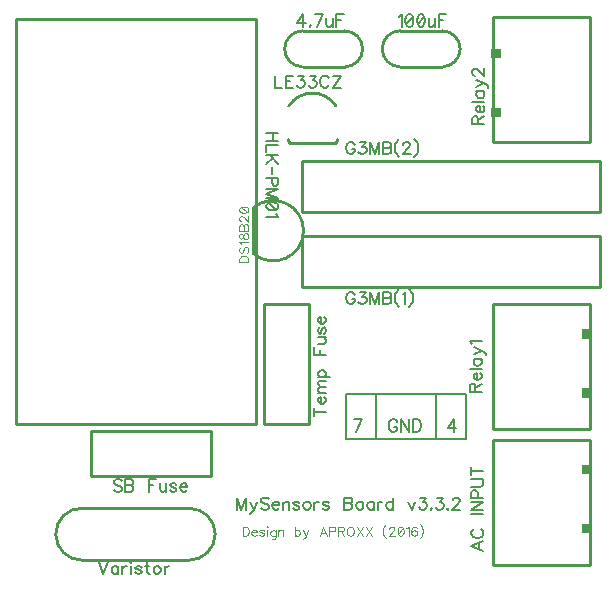
<source format=gto>
G04 DipTrace 3.0.0.0*
G04 TopSilk.GTO*
%MOIN*%
G04 #@! TF.FileFunction,Legend,Top*
G04 #@! TF.Part,Single*
%ADD10C,0.009843*%
%ADD15C,0.007874*%
%ADD63C,0.006176*%
%ADD64C,0.004632*%
%FSLAX26Y26*%
G04*
G70*
G90*
G75*
G01*
G04 TopSilk*
%LPD*%
X1681241Y2133701D2*
D10*
X1821121D1*
X1681241Y2253701D2*
X1821121D1*
Y2133701D2*
G03X1821121Y2253701I60J60000D01*
G01*
X1681241D2*
G03X1681241Y2133701I-60J-60000D01*
G01*
X1356241D2*
X1496121D1*
X1356241Y2253701D2*
X1496121D1*
Y2133701D2*
G03X1496121Y2253701I60J60000D01*
G01*
X1356241D2*
G03X1356241Y2133701I-60J-60000D01*
G01*
X1191788Y1663072D2*
G02X1191788Y1511831I66569J-75620D01*
G01*
Y1663072D1*
X1201181Y943701D2*
X401181D1*
X1201181Y2293701D2*
Y943701D1*
X401181Y2293701D2*
Y943701D1*
X1201181Y2293701D2*
X401181D1*
X2314192Y858960D2*
Y473228D1*
X1991338D1*
Y890551D1*
X2314192D1*
G36*
X2287306Y776330D2*
X2318809D1*
Y808005D1*
X2287306D1*
Y776330D1*
G37*
G36*
Y579562D2*
X2318809D1*
Y611195D1*
X2287306D1*
Y579562D1*
G37*
X2314192Y851114D2*
D10*
Y890551D1*
X1989745Y1914367D2*
Y2300098D1*
X2312599D1*
Y1882776D1*
X1989745D1*
G36*
X2016631Y1996997D2*
X1985128D1*
Y1965322D1*
X2016631D1*
Y1996997D1*
G37*
G36*
Y2193765D2*
X1985128D1*
Y2162131D1*
X2016631D1*
Y2193765D1*
G37*
X1989745Y1922213D2*
D10*
Y1882776D1*
X2312617Y1310535D2*
Y924803D1*
X1989763D1*
Y1342126D1*
X2312617D1*
G36*
X2285732Y1227905D2*
X2317234D1*
Y1259580D1*
X2285732D1*
Y1227905D1*
G37*
G36*
Y1031137D2*
X2317234D1*
Y1062770D1*
X2285732D1*
Y1031137D1*
G37*
X2312617Y1302689D2*
D10*
Y1342126D1*
X1355118Y1819685D2*
X2347244D1*
Y1650394D1*
X1355118D1*
Y1819685D1*
Y1569685D2*
X2347244D1*
Y1400394D1*
X1355118D1*
Y1569685D1*
X1051511Y768701D2*
X650851D1*
Y918701D2*
Y768701D1*
X1051511Y918701D2*
X650851D1*
X1051511D2*
Y768701D1*
X1376181Y1344031D2*
Y943371D1*
X1226181D2*
X1376181D1*
X1226181Y1344031D2*
Y943371D1*
Y1344031D2*
X1376181D1*
X1467434Y1880709D2*
X1471346Y1892515D1*
X1467434Y2002757D2*
G03X1309928Y2002757I-78753J-49953D01*
G01*
Y1880709D2*
X1306017Y1892515D1*
X1309928Y1880709D2*
X1467434D1*
X975967Y662704D2*
X621671D1*
X975967Y489264D2*
X621671D1*
Y662704D2*
G03X621671Y489264I-1860J-86720D01*
G01*
X975967D2*
G03X975967Y662704I1860J86720D01*
G01*
X1601181Y1043701D2*
D15*
X1801181D1*
Y893701D1*
X1601181D1*
Y1043701D1*
X1501181D2*
X1601181D1*
Y893701D1*
X1501181D1*
Y1043701D1*
X1801181D2*
X1901181D1*
Y893701D1*
X1801181D1*
Y1043701D1*
X1393749Y984039D2*
D63*
X1433941D1*
X1393749Y970642D2*
Y997436D1*
X1418643Y1009788D2*
Y1032736D1*
X1414796D1*
X1410949Y1030834D1*
X1409048Y1028933D1*
X1407147Y1025086D1*
Y1019338D1*
X1409048Y1015536D1*
X1412895Y1011689D1*
X1418643Y1009788D1*
X1422445D1*
X1428193Y1011689D1*
X1431996Y1015536D1*
X1433941Y1019338D1*
Y1025086D1*
X1431996Y1028933D1*
X1428193Y1032736D1*
X1407147Y1045087D2*
X1433941D1*
X1414796D2*
X1409048Y1050835D1*
X1407147Y1054682D1*
Y1060386D1*
X1409048Y1064232D1*
X1414796Y1066134D1*
X1433941D1*
X1414796D2*
X1409048Y1071882D1*
X1407147Y1075728D1*
Y1081432D1*
X1409048Y1085279D1*
X1414796Y1087225D1*
X1433941D1*
X1407147Y1099576D2*
X1447339D1*
X1412895D2*
X1409092Y1103423D1*
X1407147Y1107225D1*
Y1112973D1*
X1409092Y1116820D1*
X1412895Y1120623D1*
X1418643Y1122568D1*
X1422490D1*
X1428193Y1120623D1*
X1432040Y1116820D1*
X1433941Y1112973D1*
Y1107225D1*
X1432040Y1103423D1*
X1428193Y1099576D1*
X1393749Y1198694D2*
Y1173800D1*
X1433941D1*
X1412895D2*
Y1189099D1*
X1407147Y1211045D2*
X1426292D1*
X1431996Y1212946D1*
X1433941Y1216793D1*
Y1222541D1*
X1431996Y1226344D1*
X1426292Y1232092D1*
X1407147D2*
X1433941D1*
X1412895Y1265490D2*
X1409048Y1263588D1*
X1407147Y1257840D1*
Y1252092D1*
X1409048Y1246344D1*
X1412895Y1244443D1*
X1416697Y1246344D1*
X1418643Y1250191D1*
X1420544Y1259742D1*
X1422445Y1263588D1*
X1426292Y1265490D1*
X1428193D1*
X1431996Y1263588D1*
X1433941Y1257840D1*
Y1252092D1*
X1431996Y1246344D1*
X1428193Y1244443D1*
X1418643Y1277841D2*
Y1300789D1*
X1414796D1*
X1410949Y1298888D1*
X1409048Y1296986D1*
X1407147Y1293140D1*
Y1287392D1*
X1409048Y1283589D1*
X1412895Y1279742D1*
X1418643Y1277841D1*
X1422445D1*
X1428193Y1279742D1*
X1431996Y1283589D1*
X1433941Y1287392D1*
Y1293140D1*
X1431996Y1296986D1*
X1428193Y1300789D1*
X752976Y752474D2*
X749173Y756320D1*
X743425Y758222D1*
X735776D1*
X730028Y756320D1*
X726181Y752474D1*
Y748671D1*
X728127Y744824D1*
X730028Y742923D1*
X733830Y741022D1*
X745326Y737175D1*
X749173Y735274D1*
X751074Y733328D1*
X752976Y729526D1*
Y723778D1*
X749173Y719975D1*
X743425Y718030D1*
X735776D1*
X730028Y719975D1*
X726181Y723778D1*
X765327Y758222D2*
Y718030D1*
X782571D1*
X788319Y719975D1*
X790220Y721877D1*
X792122Y725679D1*
Y731427D1*
X790220Y735274D1*
X788319Y737175D1*
X782571Y739076D1*
X788319Y741022D1*
X790220Y742923D1*
X792122Y746726D1*
Y750572D1*
X790220Y754375D1*
X788319Y756320D1*
X782571Y758222D1*
X765327D1*
Y739076D2*
X782571D1*
X868247Y758222D2*
X843354D1*
Y718030D1*
Y739076D2*
X858653D1*
X880599Y744824D2*
Y725679D1*
X882500Y719975D1*
X886347Y718030D1*
X892095D1*
X895897Y719975D1*
X901645Y725679D1*
Y744824D2*
Y718030D1*
X935043Y739076D2*
X933142Y742923D1*
X927394Y744824D1*
X921646D1*
X915898Y742923D1*
X913997Y739076D1*
X915898Y735274D1*
X919745Y733328D1*
X929295Y731427D1*
X933142Y729526D1*
X935043Y725679D1*
Y723778D1*
X933142Y719975D1*
X927394Y718030D1*
X921646D1*
X915898Y719975D1*
X913997Y723778D1*
X947395Y733328D2*
X970343D1*
Y737175D1*
X968441Y741022D1*
X966540Y742923D1*
X962693Y744824D1*
X956945D1*
X953143Y742923D1*
X949296Y739076D1*
X947395Y733328D1*
Y729526D1*
X949296Y723778D1*
X953143Y719975D1*
X956945Y718030D1*
X962693D1*
X966540Y719975D1*
X970343Y723778D1*
X676181Y483222D2*
X691480Y443030D1*
X706778Y483222D1*
X742078Y469824D2*
Y443030D1*
Y464076D2*
X738275Y467923D1*
X734428Y469824D1*
X728724D1*
X724878Y467923D1*
X721075Y464076D1*
X719130Y458328D1*
Y454526D1*
X721075Y448778D1*
X724878Y444975D1*
X728724Y443030D1*
X734428D1*
X738275Y444975D1*
X742078Y448778D1*
X754429Y469824D2*
Y443030D1*
Y458328D2*
X756374Y464076D1*
X760177Y467923D1*
X764024Y469824D1*
X769772D1*
X782123Y483222D2*
X784024Y481320D1*
X785970Y483222D1*
X784024Y485167D1*
X782123Y483222D1*
X784024Y469824D2*
Y443030D1*
X819368Y464076D2*
X817467Y467923D1*
X811719Y469824D1*
X805971D1*
X800223Y467923D1*
X798321Y464076D1*
X800223Y460274D1*
X804069Y458328D1*
X813620Y456427D1*
X817467Y454526D1*
X819368Y450679D1*
Y448778D1*
X817467Y444975D1*
X811719Y443030D1*
X805971D1*
X800223Y444975D1*
X798321Y448778D1*
X837467Y483222D2*
Y450679D1*
X839369Y444975D1*
X843215Y443030D1*
X847018D1*
X831719Y469824D2*
X845117D1*
X868920D2*
X865117Y467923D1*
X861271Y464076D1*
X859369Y458328D1*
Y454526D1*
X861271Y448778D1*
X865117Y444975D1*
X868920Y443030D1*
X874668D1*
X878515Y444975D1*
X882317Y448778D1*
X884263Y454526D1*
Y458328D1*
X882317Y464076D1*
X878515Y467923D1*
X874668Y469824D1*
X868920D1*
X896614D2*
Y443030D1*
Y458328D2*
X898560Y464076D1*
X902362Y467923D1*
X906209Y469824D1*
X911957D1*
X1958620Y551605D2*
X1918428Y536262D1*
X1958620Y520963D1*
X1945223Y526711D2*
Y545857D1*
X1927978Y592652D2*
X1924176Y590751D1*
X1920329Y586904D1*
X1918428Y583101D1*
Y575452D1*
X1920329Y571605D1*
X1924176Y567803D1*
X1927978Y565857D1*
X1933727Y563956D1*
X1943321D1*
X1949025Y565857D1*
X1952872Y567803D1*
X1956674Y571605D1*
X1958620Y575452D1*
Y583101D1*
X1956674Y586904D1*
X1952872Y590751D1*
X1949025Y592652D1*
X1918428Y643884D2*
X1958620D1*
X1918428Y683030D2*
X1958620D1*
X1918428Y656236D1*
X1958620D1*
X1939475Y695382D2*
Y712626D1*
X1937573Y718329D1*
X1935628Y720275D1*
X1931825Y722176D1*
X1926077D1*
X1922275Y720275D1*
X1920329Y718330D1*
X1918428Y712626D1*
Y695382D1*
X1958620D1*
X1918428Y734528D2*
X1947124D1*
X1952872Y736429D1*
X1956674Y740276D1*
X1958620Y746024D1*
Y749826D1*
X1956674Y755574D1*
X1952872Y759421D1*
X1947124Y761322D1*
X1918428D1*
Y787071D2*
X1958620D1*
X1918428Y773674D2*
Y800468D1*
X1932288Y1051248D2*
Y1068448D1*
X1930343Y1074196D1*
X1928442Y1076141D1*
X1924639Y1078043D1*
X1920792D1*
X1916990Y1076141D1*
X1915044Y1074196D1*
X1913143Y1068448D1*
Y1051248D1*
X1953335D1*
X1932288Y1064645D2*
X1953335Y1078043D1*
X1938037Y1090394D2*
Y1113342D1*
X1934190D1*
X1930343Y1111441D1*
X1928442Y1109539D1*
X1926540Y1105693D1*
Y1099945D1*
X1928442Y1096142D1*
X1932289Y1092295D1*
X1938037Y1090394D1*
X1941839D1*
X1947587Y1092295D1*
X1951390Y1096142D1*
X1953335Y1099945D1*
Y1105693D1*
X1951390Y1109539D1*
X1947587Y1113342D1*
X1913143Y1125693D2*
X1953335D1*
X1926540Y1160993D2*
X1953335D1*
X1932288D2*
X1928442Y1157190D1*
X1926540Y1153343D1*
Y1147640D1*
X1928442Y1143793D1*
X1932288Y1139990D1*
X1938037Y1138045D1*
X1941839D1*
X1947587Y1139990D1*
X1951390Y1143793D1*
X1953335Y1147640D1*
Y1153343D1*
X1951390Y1157190D1*
X1947587Y1160993D1*
X1926540Y1175290D2*
X1953335Y1186741D1*
X1960984Y1182939D1*
X1964831Y1179092D1*
X1966732Y1175290D1*
Y1173344D1*
X1926540Y1198237D2*
X1953335Y1186741D1*
X1920837Y1210589D2*
X1918891Y1214436D1*
X1913187Y1220184D1*
X1953335D1*
X1940886Y1942648D2*
Y1959848D1*
X1938940Y1965596D1*
X1937039Y1967542D1*
X1933236Y1969443D1*
X1929390D1*
X1925587Y1967542D1*
X1923642Y1965596D1*
X1921740Y1959848D1*
Y1942648D1*
X1961932D1*
X1940886Y1956046D2*
X1961932Y1969443D1*
X1946634Y1981794D2*
Y2004742D1*
X1942787D1*
X1938940Y2002841D1*
X1937039Y2000940D1*
X1935138Y1997093D1*
Y1991345D1*
X1937039Y1987542D1*
X1940886Y1983696D1*
X1946634Y1981794D1*
X1950436D1*
X1956184Y1983696D1*
X1959987Y1987542D1*
X1961932Y1991345D1*
Y1997093D1*
X1959987Y2000940D1*
X1956184Y2004742D1*
X1921740Y2017094D2*
X1961932D1*
X1935138Y2052393D2*
X1961932D1*
X1940886D2*
X1937039Y2048590D1*
X1935138Y2044744D1*
Y2039040D1*
X1937039Y2035193D1*
X1940886Y2031390D1*
X1946634Y2029445D1*
X1950436D1*
X1956184Y2031390D1*
X1959987Y2035193D1*
X1961932Y2039040D1*
Y2044744D1*
X1959987Y2048590D1*
X1956184Y2052393D1*
X1935138Y2066690D2*
X1961932Y2078142D1*
X1969581Y2074339D1*
X1973428Y2070492D1*
X1975330Y2066690D1*
Y2064744D1*
X1935138Y2089638D2*
X1961932Y2078142D1*
X1931335Y2103935D2*
X1929434D1*
X1925587Y2105836D1*
X1923686Y2107737D1*
X1921784Y2111584D1*
Y2119233D1*
X1923686Y2123036D1*
X1925587Y2124937D1*
X1929434Y2126883D1*
X1933236Y2126882D1*
X1937083Y2124937D1*
X1942787Y2121134D1*
X1961932Y2101989D1*
Y2128784D1*
X1275630Y1912665D2*
X1235438D1*
X1275630Y1885871D2*
X1235438D1*
X1256485Y1912665D2*
X1256484Y1885871D1*
X1275630Y1873519D2*
X1235438D1*
Y1850571D1*
X1275630Y1838220D2*
X1235438D1*
X1275630Y1811425D2*
X1248835Y1838220D1*
X1258430Y1828669D2*
X1235438Y1811425D1*
X1255512Y1799074D2*
Y1776966D1*
X1254583Y1764615D2*
Y1747371D1*
X1256485Y1741667D1*
X1258430Y1739721D1*
X1262233Y1737820D1*
X1267981D1*
X1271783Y1739721D1*
X1273729Y1741667D1*
X1275630Y1747371D1*
Y1764615D1*
X1235438D1*
Y1694871D2*
X1275630D1*
X1235438Y1710170D1*
X1275630Y1725469D1*
X1235438D1*
X1275586Y1671024D2*
X1273684Y1676772D1*
X1267936Y1680619D1*
X1258386Y1682520D1*
X1252638D1*
X1243087Y1680619D1*
X1237339Y1676772D1*
X1235438Y1671024D1*
Y1667221D1*
X1237339Y1661473D1*
X1243087Y1657671D1*
X1252638Y1655725D1*
X1258386D1*
X1267936Y1657671D1*
X1273684Y1661473D1*
X1275586Y1667221D1*
Y1671024D1*
X1267936Y1657671D2*
X1243087Y1680619D1*
X1267936Y1643374D2*
X1269882Y1639527D1*
X1275586Y1633779D1*
X1235438D1*
X1529877Y1373671D2*
X1527976Y1377474D1*
X1524129Y1381320D1*
X1520326Y1383222D1*
X1512677D1*
X1508830Y1381320D1*
X1505028Y1377474D1*
X1503082Y1373671D1*
X1501181Y1367923D1*
Y1358328D1*
X1503082Y1352625D1*
X1505028Y1348778D1*
X1508830Y1344975D1*
X1512677Y1343030D1*
X1520326D1*
X1524129Y1344975D1*
X1527976Y1348778D1*
X1529877Y1352625D1*
Y1358328D1*
X1520326D1*
X1546075Y1383178D2*
X1567078D1*
X1555626Y1367879D1*
X1561374D1*
X1565176Y1365978D1*
X1567078Y1364076D1*
X1569023Y1358328D1*
Y1354526D1*
X1567078Y1348778D1*
X1563275Y1344931D1*
X1557527Y1343030D1*
X1551779D1*
X1546075Y1344931D1*
X1544174Y1346877D1*
X1542228Y1350679D1*
X1611972Y1343030D2*
Y1383222D1*
X1596673Y1343030D1*
X1581374Y1383222D1*
Y1343030D1*
X1624323Y1383222D2*
Y1343030D1*
X1641567D1*
X1647315Y1344975D1*
X1649216Y1346877D1*
X1651118Y1350679D1*
Y1356427D1*
X1649216Y1360274D1*
X1647315Y1362175D1*
X1641567Y1364076D1*
X1647315Y1366022D1*
X1649216Y1367923D1*
X1651118Y1371726D1*
Y1375572D1*
X1649216Y1379375D1*
X1647315Y1381320D1*
X1641567Y1383222D1*
X1624323D1*
Y1364076D2*
X1641567D1*
X1676866Y1393701D2*
X1673020Y1389898D1*
X1669217Y1384150D1*
X1665370Y1376501D1*
X1663469Y1366906D1*
Y1359257D1*
X1665370Y1349706D1*
X1669217Y1342057D1*
X1673020Y1336309D1*
X1676866Y1332506D1*
X1689218Y1375528D2*
X1693065Y1377474D1*
X1698813Y1383178D1*
Y1343030D1*
X1711164Y1393701D2*
X1715011Y1389898D1*
X1718813Y1384150D1*
X1722660Y1376501D1*
X1724561Y1366906D1*
Y1359257D1*
X1722660Y1349706D1*
X1718813Y1342057D1*
X1715011Y1336309D1*
X1711164Y1332506D1*
X1529877Y1873671D2*
X1527976Y1877474D1*
X1524129Y1881320D1*
X1520326Y1883222D1*
X1512677D1*
X1508830Y1881320D1*
X1505028Y1877474D1*
X1503082Y1873671D1*
X1501181Y1867923D1*
Y1858328D1*
X1503082Y1852625D1*
X1505028Y1848778D1*
X1508830Y1844975D1*
X1512677Y1843030D1*
X1520326D1*
X1524129Y1844975D1*
X1527976Y1848778D1*
X1529877Y1852625D1*
Y1858328D1*
X1520326D1*
X1546075Y1883178D2*
X1567078D1*
X1555626Y1867879D1*
X1561374D1*
X1565176Y1865978D1*
X1567078Y1864076D1*
X1569023Y1858328D1*
Y1854526D1*
X1567078Y1848778D1*
X1563275Y1844931D1*
X1557527Y1843030D1*
X1551779D1*
X1546075Y1844931D1*
X1544174Y1846877D1*
X1542228Y1850679D1*
X1611972Y1843030D2*
Y1883222D1*
X1596673Y1843030D1*
X1581374Y1883222D1*
Y1843030D1*
X1624323Y1883222D2*
Y1843030D1*
X1641567D1*
X1647315Y1844975D1*
X1649216Y1846877D1*
X1651118Y1850679D1*
Y1856427D1*
X1649216Y1860274D1*
X1647315Y1862175D1*
X1641567Y1864076D1*
X1647315Y1866022D1*
X1649216Y1867923D1*
X1651118Y1871726D1*
Y1875572D1*
X1649216Y1879375D1*
X1647315Y1881320D1*
X1641567Y1883222D1*
X1624323D1*
Y1864076D2*
X1641567D1*
X1676866Y1893701D2*
X1673020Y1889898D1*
X1669217Y1884150D1*
X1665370Y1876501D1*
X1663469Y1866906D1*
Y1859257D1*
X1665370Y1849706D1*
X1669217Y1842057D1*
X1673020Y1836309D1*
X1676866Y1832506D1*
X1691163Y1873627D2*
Y1875528D1*
X1693065Y1879375D1*
X1694966Y1881276D1*
X1698813Y1883178D1*
X1706462D1*
X1710264Y1881276D1*
X1712166Y1879375D1*
X1714111Y1875528D1*
Y1871726D1*
X1712166Y1867879D1*
X1708363Y1862175D1*
X1689218Y1843030D1*
X1716013D1*
X1728364Y1893701D2*
X1732211Y1889898D1*
X1736013Y1884150D1*
X1739860Y1876501D1*
X1741761Y1866906D1*
Y1859257D1*
X1739860Y1849706D1*
X1736013Y1842057D1*
X1732211Y1836309D1*
X1728364Y1832506D1*
X1264056Y2104718D2*
Y2064526D1*
X1287004D1*
X1324205Y2104718D2*
X1299356D1*
Y2064526D1*
X1324205D1*
X1299356Y2085572D2*
X1314654D1*
X1340403Y2104674D2*
X1361405D1*
X1349954Y2089375D1*
X1355702D1*
X1359504Y2087474D1*
X1361405Y2085572D1*
X1363351Y2079824D1*
Y2076022D1*
X1361405Y2070274D1*
X1357603Y2066427D1*
X1351855Y2064526D1*
X1346107D1*
X1340403Y2066427D1*
X1338502Y2068373D1*
X1336556Y2072175D1*
X1379549Y2104674D2*
X1400551D1*
X1389100Y2089375D1*
X1394848D1*
X1398650Y2087474D1*
X1400551Y2085572D1*
X1402497Y2079824D1*
Y2076022D1*
X1400551Y2070274D1*
X1396749Y2066427D1*
X1391001Y2064526D1*
X1385253D1*
X1379549Y2066427D1*
X1377648Y2068373D1*
X1375702Y2072175D1*
X1443544Y2095167D2*
X1441643Y2098970D1*
X1437796Y2102817D1*
X1433994Y2104718D1*
X1426344D1*
X1422498Y2102817D1*
X1418695Y2098970D1*
X1416750Y2095167D1*
X1414848Y2089419D1*
Y2079824D1*
X1416750Y2074121D1*
X1418695Y2070274D1*
X1422498Y2066471D1*
X1426344Y2064526D1*
X1433994D1*
X1437796Y2066471D1*
X1441643Y2070274D1*
X1443544Y2074121D1*
X1455896Y2104718D2*
X1482690D1*
X1455896Y2064526D1*
X1482690D1*
X1533830Y918030D2*
X1552976Y958178D1*
X1526181D1*
X1671785Y948671D2*
X1669883Y952474D1*
X1666037Y956320D1*
X1662234Y958222D1*
X1654585D1*
X1650738Y956320D1*
X1646935Y952474D1*
X1644990Y948671D1*
X1643089Y942923D1*
Y933328D1*
X1644990Y927625D1*
X1646935Y923778D1*
X1650738Y919975D1*
X1654585Y918030D1*
X1662234D1*
X1666037Y919975D1*
X1669883Y923778D1*
X1671785Y927625D1*
Y933328D1*
X1662234D1*
X1710931Y958222D2*
Y918030D1*
X1684136Y958222D1*
Y918030D1*
X1723282Y958222D2*
Y918030D1*
X1736679D1*
X1742427Y919975D1*
X1746274Y923778D1*
X1748175Y927625D1*
X1750077Y933328D1*
Y942923D1*
X1748175Y948671D1*
X1746274Y952474D1*
X1742427Y956320D1*
X1736679Y958222D1*
X1723282D1*
X1859335Y918030D2*
Y958178D1*
X1840190Y931427D1*
X1868886D1*
X1357826Y2268030D2*
Y2308178D1*
X1338681Y2281427D1*
X1367377D1*
X1381630Y2271877D2*
X1379728Y2269931D1*
X1381630Y2268030D1*
X1383575Y2269931D1*
X1381630Y2271877D1*
X1403576Y2268030D2*
X1422721Y2308178D1*
X1395927D1*
X1435073Y2294824D2*
Y2275679D1*
X1436974Y2269975D1*
X1440821Y2268030D1*
X1446569D1*
X1450371Y2269975D1*
X1456119Y2275679D1*
Y2294824D2*
Y2268030D1*
X1493364Y2308222D2*
X1468471D1*
Y2268030D1*
Y2289076D2*
X1483769D1*
X1676181Y2300528D2*
X1680028Y2302474D1*
X1685776Y2308178D1*
Y2268030D1*
X1709623Y2308178D2*
X1703875Y2306276D1*
X1700028Y2300528D1*
X1698127Y2290978D1*
Y2285230D1*
X1700028Y2275679D1*
X1703875Y2269931D1*
X1709623Y2268030D1*
X1713426D1*
X1719174Y2269931D1*
X1722976Y2275679D1*
X1724922Y2285230D1*
Y2290978D1*
X1722976Y2300528D1*
X1719174Y2306276D1*
X1713426Y2308178D1*
X1709623D1*
X1722976Y2300528D2*
X1700028Y2275679D1*
X1748769Y2308178D2*
X1743021Y2306276D1*
X1739175Y2300528D1*
X1737273Y2290978D1*
Y2285230D1*
X1739175Y2275679D1*
X1743021Y2269931D1*
X1748769Y2268030D1*
X1752572D1*
X1758320Y2269931D1*
X1762122Y2275679D1*
X1764068Y2285230D1*
Y2290978D1*
X1762122Y2300528D1*
X1758320Y2306276D1*
X1752572Y2308178D1*
X1748769D1*
X1762122Y2300528D2*
X1739175Y2275679D1*
X1776419Y2294824D2*
Y2275679D1*
X1778321Y2269975D1*
X1782167Y2268030D1*
X1787915D1*
X1791718Y2269975D1*
X1797466Y2275679D1*
Y2294824D2*
Y2268030D1*
X1834711Y2308222D2*
X1809817D1*
Y2268030D1*
Y2289076D2*
X1825116D1*
X1166883Y657662D2*
Y697854D1*
X1151585Y657662D1*
X1136286Y697854D1*
Y657662D1*
X1181180Y684457D2*
X1192632Y657662D1*
X1188829Y650013D1*
X1184983Y646166D1*
X1181180Y644265D1*
X1179235D1*
X1204128Y684457D2*
X1192632Y657662D1*
X1243274Y692106D2*
X1239472Y695953D1*
X1233724Y697854D1*
X1226074D1*
X1220326Y695953D1*
X1216479Y692106D1*
Y688304D1*
X1218425Y684457D1*
X1220326Y682556D1*
X1224129Y680654D1*
X1235625Y676808D1*
X1239472Y674906D1*
X1241373Y672961D1*
X1243274Y669158D1*
Y663410D1*
X1239472Y659608D1*
X1233724Y657662D1*
X1226074D1*
X1220326Y659608D1*
X1216479Y663410D1*
X1255625Y672961D2*
X1278573D1*
Y676808D1*
X1276672Y680654D1*
X1274771Y682556D1*
X1270924Y684457D1*
X1265176D1*
X1261374Y682556D1*
X1257527Y678709D1*
X1255625Y672961D1*
Y669158D1*
X1257527Y663410D1*
X1261374Y659608D1*
X1265176Y657662D1*
X1270924D1*
X1274771Y659608D1*
X1278573Y663410D1*
X1290925Y684457D2*
Y657662D1*
Y676808D2*
X1296673Y682556D1*
X1300520Y684457D1*
X1306223D1*
X1310070Y682556D1*
X1311971Y676808D1*
Y657662D1*
X1345369Y678709D2*
X1343468Y682556D1*
X1337720Y684457D1*
X1331972D1*
X1326224Y682556D1*
X1324323Y678709D1*
X1326224Y674906D1*
X1330071Y672961D1*
X1339621Y671060D1*
X1343468Y669158D1*
X1345369Y665312D1*
Y663410D1*
X1343468Y659608D1*
X1337720Y657662D1*
X1331972D1*
X1326224Y659608D1*
X1324323Y663410D1*
X1367271Y684457D2*
X1363469Y682556D1*
X1359622Y678709D1*
X1357721Y672961D1*
Y669158D1*
X1359622Y663410D1*
X1363469Y659608D1*
X1367271Y657662D1*
X1373019D1*
X1376866Y659608D1*
X1380669Y663410D1*
X1382614Y669158D1*
Y672961D1*
X1380669Y678709D1*
X1376866Y682556D1*
X1373019Y684457D1*
X1367271D1*
X1394966D2*
Y657662D1*
Y672961D2*
X1396911Y678709D1*
X1400714Y682556D1*
X1404560Y684457D1*
X1410308D1*
X1443707Y678709D2*
X1441805Y682556D1*
X1436057Y684457D1*
X1430309D1*
X1424561Y682556D1*
X1422660Y678709D1*
X1424561Y674906D1*
X1428408Y672961D1*
X1437958Y671060D1*
X1441805Y669158D1*
X1443707Y665312D1*
Y663410D1*
X1441805Y659608D1*
X1436057Y657662D1*
X1430309D1*
X1424561Y659608D1*
X1422660Y663410D1*
X1494939Y697854D2*
Y657662D1*
X1512183D1*
X1517931Y659608D1*
X1519832Y661509D1*
X1521733Y665312D1*
Y671060D1*
X1519832Y674906D1*
X1517931Y676808D1*
X1512183Y678709D1*
X1517931Y680654D1*
X1519832Y682556D1*
X1521733Y686358D1*
Y690205D1*
X1519832Y694008D1*
X1517931Y695953D1*
X1512183Y697854D1*
X1494939D1*
Y678709D2*
X1512183D1*
X1543635Y684457D2*
X1539833Y682556D1*
X1535986Y678709D1*
X1534085Y672961D1*
Y669158D1*
X1535986Y663410D1*
X1539833Y659608D1*
X1543635Y657662D1*
X1549383D1*
X1553230Y659608D1*
X1557033Y663410D1*
X1558978Y669158D1*
Y672961D1*
X1557033Y678709D1*
X1553230Y682556D1*
X1549383Y684457D1*
X1543635D1*
X1594277D2*
Y657662D1*
Y678709D2*
X1590475Y682556D1*
X1586628Y684457D1*
X1580924D1*
X1577078Y682556D1*
X1573275Y678709D1*
X1571330Y672961D1*
Y669158D1*
X1573275Y663410D1*
X1577078Y659608D1*
X1580924Y657662D1*
X1586628D1*
X1590475Y659608D1*
X1594277Y663410D1*
X1606629Y684457D2*
Y657662D1*
Y672961D2*
X1608574Y678709D1*
X1612377Y682556D1*
X1616224Y684457D1*
X1621972D1*
X1657271Y697854D2*
Y657662D1*
Y678709D2*
X1653468Y682556D1*
X1649622Y684457D1*
X1643874D1*
X1640071Y682556D1*
X1636224Y678709D1*
X1634323Y672961D1*
Y669158D1*
X1636224Y663410D1*
X1640071Y659608D1*
X1643874Y657662D1*
X1649622D1*
X1653468Y659608D1*
X1657271Y663410D1*
X1708503Y684457D2*
X1719999Y657662D1*
X1731451Y684457D1*
X1747649Y697810D2*
X1768652D1*
X1757200Y682511D1*
X1762948D1*
X1766750Y680610D1*
X1768652Y678709D1*
X1770597Y672961D1*
Y669158D1*
X1768652Y663410D1*
X1764849Y659564D1*
X1759101Y657662D1*
X1753353D1*
X1747649Y659564D1*
X1745748Y661509D1*
X1743802Y665312D1*
X1784850Y661509D2*
X1782949Y659564D1*
X1784850Y657662D1*
X1786795Y659564D1*
X1784850Y661509D1*
X1802993Y697810D2*
X1823996D1*
X1812544Y682511D1*
X1818292D1*
X1822095Y680610D1*
X1823996Y678709D1*
X1825941Y672961D1*
Y669158D1*
X1823996Y663410D1*
X1820193Y659564D1*
X1814445Y657662D1*
X1808697D1*
X1802993Y659564D1*
X1801092Y661509D1*
X1799147Y665312D1*
X1840194Y661509D2*
X1838293Y659564D1*
X1840194Y657662D1*
X1842140Y659564D1*
X1840194Y661509D1*
X1856436Y688260D2*
Y690161D1*
X1858338Y694008D1*
X1860239Y695909D1*
X1864086Y697810D1*
X1871735D1*
X1875538Y695909D1*
X1877439Y694008D1*
X1879384Y690161D1*
Y686358D1*
X1877439Y682511D1*
X1873636Y676808D1*
X1854491Y657662D1*
X1881286D1*
X1155899Y600590D2*
D64*
Y570446D1*
X1165947D1*
X1170258Y571905D1*
X1173143Y574757D1*
X1174569Y577642D1*
X1175995Y581920D1*
Y589116D1*
X1174569Y593427D1*
X1173143Y596279D1*
X1170258Y599164D1*
X1165947Y600590D1*
X1155899D1*
X1185258Y581920D2*
X1202469D1*
Y584805D1*
X1201043Y587690D1*
X1199617Y589116D1*
X1196732Y590542D1*
X1192421D1*
X1189569Y589116D1*
X1186684Y586231D1*
X1185258Y581920D1*
Y579068D1*
X1186684Y574757D1*
X1189569Y571905D1*
X1192421Y570446D1*
X1196732D1*
X1199617Y571905D1*
X1202469Y574757D1*
X1227518Y586231D2*
X1226092Y589116D1*
X1221781Y590542D1*
X1217470D1*
X1213159Y589116D1*
X1211733Y586231D1*
X1213159Y583379D1*
X1216044Y581920D1*
X1223207Y580494D1*
X1226092Y579068D1*
X1227518Y576183D1*
Y574757D1*
X1226092Y571905D1*
X1221781Y570446D1*
X1217470D1*
X1213159Y571905D1*
X1211733Y574757D1*
X1236781Y600590D2*
X1238207Y599164D1*
X1239666Y600590D1*
X1238207Y602049D1*
X1236781Y600590D1*
X1238207Y590542D2*
Y570446D1*
X1266141Y589116D2*
Y566135D1*
X1264715Y561857D1*
X1263289Y560398D1*
X1260404Y558972D1*
X1256093D1*
X1253241Y560398D1*
X1266141Y584805D2*
X1263289Y587657D1*
X1260404Y589116D1*
X1256093D1*
X1253241Y587657D1*
X1250356Y584805D1*
X1248930Y580494D1*
Y577609D1*
X1250356Y573331D1*
X1253241Y570446D1*
X1256093Y569020D1*
X1260404D1*
X1263289Y570446D1*
X1266141Y573331D1*
X1275404Y590542D2*
Y570446D1*
Y584805D2*
X1279715Y589116D1*
X1282600Y590542D1*
X1286878D1*
X1289763Y589116D1*
X1291189Y584805D1*
Y570446D1*
X1329613Y600590D2*
Y570446D1*
Y586231D2*
X1332498Y589116D1*
X1335350Y590542D1*
X1339661D1*
X1342513Y589116D1*
X1345398Y586231D1*
X1346824Y581920D1*
Y579068D1*
X1345398Y574757D1*
X1342513Y571905D1*
X1339661Y570446D1*
X1335350D1*
X1332498Y571905D1*
X1329613Y574757D1*
X1357547Y590542D2*
X1366136Y570446D1*
X1363284Y564709D1*
X1360399Y561824D1*
X1357547Y560398D1*
X1356088D1*
X1374758Y590542D2*
X1366136Y570446D1*
X1436163D2*
X1424656Y600590D1*
X1413182Y570446D1*
X1417493Y580494D2*
X1431852D1*
X1445427Y584805D2*
X1458360D1*
X1462638Y586231D1*
X1464097Y587690D1*
X1465523Y590542D1*
Y594853D1*
X1464097Y597705D1*
X1462638Y599164D1*
X1458360Y600590D1*
X1445427D1*
Y570446D1*
X1474786Y586231D2*
X1487686D1*
X1491997Y587690D1*
X1493456Y589116D1*
X1494882Y591968D1*
Y594853D1*
X1493456Y597705D1*
X1491997Y599164D1*
X1487686Y600590D1*
X1474786D1*
Y570446D1*
X1484834Y586231D2*
X1494882Y570446D1*
X1512768Y600590D2*
X1509883Y599164D1*
X1507031Y596279D1*
X1505572Y593427D1*
X1504146Y589116D1*
Y581920D1*
X1505572Y577642D1*
X1507031Y574757D1*
X1509883Y571905D1*
X1512768Y570446D1*
X1518505D1*
X1521357Y571905D1*
X1524242Y574757D1*
X1525668Y577642D1*
X1527094Y581920D1*
Y589116D1*
X1525668Y593427D1*
X1524242Y596279D1*
X1521357Y599164D1*
X1518505Y600590D1*
X1512768D1*
X1536357D2*
X1556453Y570446D1*
Y600590D2*
X1536357Y570446D1*
X1565717Y600590D2*
X1585813Y570446D1*
Y600590D2*
X1565717Y570446D1*
X1634285Y608449D2*
X1631400Y605597D1*
X1628548Y601286D1*
X1625663Y595549D1*
X1624237Y588353D1*
Y582616D1*
X1625663Y575453D1*
X1628548Y569716D1*
X1631400Y565405D1*
X1634285Y562553D1*
X1645008Y593394D2*
Y594820D1*
X1646433Y597705D1*
X1647859Y599131D1*
X1650744Y600557D1*
X1656481D1*
X1659333Y599131D1*
X1660759Y597705D1*
X1662218Y594820D1*
Y591968D1*
X1660759Y589083D1*
X1657907Y584805D1*
X1643548Y570446D1*
X1663644D1*
X1681530Y600557D2*
X1677219Y599131D1*
X1674334Y594820D1*
X1672908Y587657D1*
Y583346D1*
X1674334Y576183D1*
X1677219Y571872D1*
X1681530Y570446D1*
X1684382D1*
X1688693Y571872D1*
X1691545Y576183D1*
X1693004Y583346D1*
Y587657D1*
X1691545Y594820D1*
X1688693Y599131D1*
X1684382Y600557D1*
X1681530D1*
X1691545Y594820D2*
X1674334Y576183D1*
X1702267Y594820D2*
X1705153Y596279D1*
X1709464Y600557D1*
Y570446D1*
X1735938Y596279D2*
X1734512Y599131D1*
X1730201Y600557D1*
X1727349D1*
X1723038Y599131D1*
X1720153Y594820D1*
X1718727Y587657D1*
Y580494D1*
X1720153Y574757D1*
X1723038Y571872D1*
X1727349Y570446D1*
X1728775D1*
X1733053Y571872D1*
X1735938Y574757D1*
X1737364Y579068D1*
Y580494D1*
X1735938Y584805D1*
X1733053Y587657D1*
X1728775Y589083D1*
X1727349D1*
X1723038Y587657D1*
X1720153Y584805D1*
X1718727Y580494D1*
X1746628Y608449D2*
X1749513Y605597D1*
X1752365Y601286D1*
X1755250Y595549D1*
X1756676Y588353D1*
Y582616D1*
X1755250Y575453D1*
X1752365Y569716D1*
X1749513Y565405D1*
X1746628Y562553D1*
X1144711Y1483552D2*
X1174855D1*
Y1493600D1*
X1173396Y1497911D1*
X1170544Y1500796D1*
X1167659Y1502222D1*
X1163381Y1503648D1*
X1156185D1*
X1151874Y1502222D1*
X1149022Y1500796D1*
X1146137Y1497911D1*
X1144711Y1493600D1*
Y1483552D1*
X1149022Y1533008D2*
X1146137Y1530156D1*
X1144711Y1525845D1*
Y1520108D1*
X1146137Y1515797D1*
X1149022Y1512912D1*
X1151874D1*
X1154759Y1514371D1*
X1156185Y1515797D1*
X1157611Y1518649D1*
X1160496Y1527271D1*
X1161922Y1530156D1*
X1163381Y1531582D1*
X1166233Y1533008D1*
X1170544D1*
X1173396Y1530156D1*
X1174855Y1525845D1*
Y1520108D1*
X1173396Y1515797D1*
X1170544Y1512912D1*
X1150482Y1542271D2*
X1149022Y1545156D1*
X1144745Y1549467D1*
X1174855D1*
X1144745Y1565894D2*
X1146170Y1561616D1*
X1149022Y1560157D1*
X1151907D1*
X1154759Y1561616D1*
X1156218Y1564468D1*
X1157644Y1570205D1*
X1159070Y1574516D1*
X1161955Y1577368D1*
X1164807Y1578794D1*
X1169118D1*
X1171970Y1577368D1*
X1173429Y1575942D1*
X1174855Y1571631D1*
Y1565894D1*
X1173429Y1561616D1*
X1171970Y1560157D1*
X1169118Y1558731D1*
X1164807D1*
X1161955Y1560157D1*
X1159070Y1563042D1*
X1157644Y1567320D1*
X1156218Y1573057D1*
X1154759Y1575942D1*
X1151907Y1577368D1*
X1149022D1*
X1146170Y1575942D1*
X1144745Y1571631D1*
Y1565894D1*
X1144711Y1588057D2*
X1174855D1*
Y1600990D1*
X1173396Y1605301D1*
X1171970Y1606727D1*
X1169118Y1608153D1*
X1164807D1*
X1161922Y1606727D1*
X1160496Y1605301D1*
X1159070Y1600990D1*
X1157611Y1605301D1*
X1156185Y1606727D1*
X1153333Y1608153D1*
X1150448D1*
X1147596Y1606727D1*
X1146137Y1605301D1*
X1144711Y1600990D1*
Y1588057D1*
X1159070D2*
Y1600990D1*
X1151907Y1618876D2*
X1150481D1*
X1147596Y1620302D1*
X1146170Y1621728D1*
X1144745Y1624613D1*
Y1630350D1*
X1146170Y1633202D1*
X1147596Y1634628D1*
X1150481Y1636087D1*
X1153333D1*
X1156218Y1634628D1*
X1160496Y1631776D1*
X1174855Y1617417D1*
Y1637513D1*
X1144744Y1655398D2*
X1146170Y1651087D1*
X1150481Y1648202D1*
X1157644Y1646776D1*
X1161955D1*
X1169118Y1648202D1*
X1173429Y1651087D1*
X1174855Y1655398D1*
Y1658250D1*
X1173429Y1662561D1*
X1169118Y1665413D1*
X1161955Y1666872D1*
X1157644D1*
X1150481Y1665413D1*
X1146170Y1662561D1*
X1144744Y1658250D1*
Y1655398D1*
X1150481Y1665413D2*
X1169118Y1648202D1*
M02*

</source>
